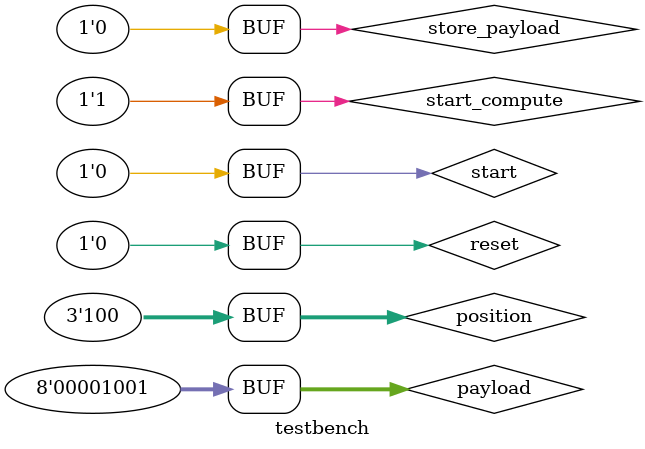
<source format=v>
module testbench #(parameter WIDTH = 64)();
////    reg [63:0] A, B, C, D;
//    reg clk;
////    wire  [63:0] E, F;
//    reg [WIDTH-1:0] X1,X2,X3,X4, Y1, Y2, Y3, Y4;
//    wire [WIDTH-1:0] OUT_X_1, OUT_X_2 , OUT_Y_1, OUT_Y_2;
////    lagrange_interpolation #(WIDTH) m1(clk,A,B,C,D,E,F);
////    mod_inverse m(A, 65521, clk, E, F[0]);
////    modular_inverse m1(clk, A, B, E);
//    lagrange_interpolation lt(clk, Y1, Y2, Y3, Y4, X1,X2,X3,X4,OUT_X_1, OUT_X_2 , OUT_Y_1, OUT_Y_2);
//    initial X1 = 1;
//    initial X2 = 2;
//    initial X3 = 5;
//    initial X4 = 6;
//    initial Y1 = 3;
//    initial Y2 = 7;
//    initial Y3 = 105;
//    initial Y4 = 76;
////    initial A = 64'd10;
////    initial B =64'd257;
////    initial C = 16'd11;
////    initial D = 16'd14;
//    initial clk = 0;
////    assign C = A*B;
//    initial begin 
//    #20;
//    clk = 1;
//    #20;
////    clk = 0;
////    A = 64'd13; #1;
////    clk = 1;
////    #20;
////    clk = 0;
//    #2000;
//    $finish; 
////    C = A*B;
//    end
    reg start_compute, start, store_payload, reset;
    reg [2:0] position;
    reg[7:0] payload;
    wire [2:0] position_1, position_2;
    wire [7:0] payload_1, payload_2;
    reed_solomon_interfacer rsi(start_compute, start, store_payload, reset, position, payload, position_1, payload_1, position_2, payload_2);
    initial begin
    start = 0;
    reset = 1;
    reset = 0;
    
    position = 1;
    payload = 5;
    #5;
    store_payload = 1;
    #5;
    position = 2;
    payload = 7;
    #5;
    store_payload = ~store_payload;
    #5;
    position = 5;
    payload = 41;
    #5;
    store_payload = ~store_payload;
    #5;
    position = 4;
    payload = 9;
    #5;
    store_payload = ~store_payload;
    #5;
    start_compute = 0;
    #5;
    start_compute = 1;
    #1000; 
    
    end
endmodule
</source>
